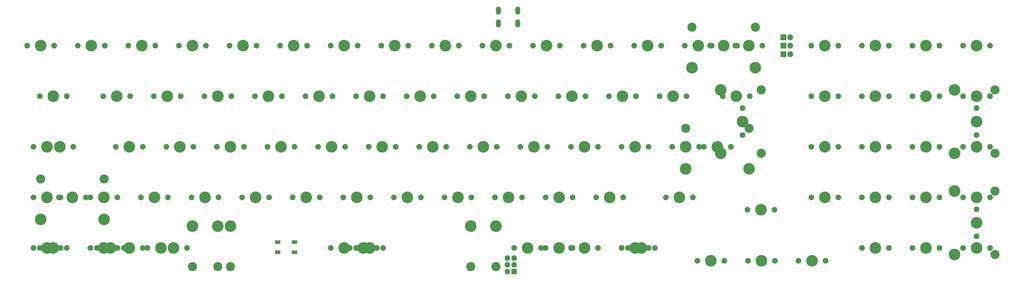
<source format=gbr>
G04 #@! TF.GenerationSoftware,KiCad,Pcbnew,(5.0.0)*
G04 #@! TF.CreationDate,2018-12-15T19:12:10+01:00*
G04 #@! TF.ProjectId,cypher,6379706865722E6B696361645F706362,rev?*
G04 #@! TF.SameCoordinates,Original*
G04 #@! TF.FileFunction,Soldermask,Top*
G04 #@! TF.FilePolarity,Negative*
%FSLAX46Y46*%
G04 Gerber Fmt 4.6, Leading zero omitted, Abs format (unit mm)*
G04 Created by KiCad (PCBNEW (5.0.0)) date 12/15/18 19:12:10*
%MOMM*%
%LPD*%
G01*
G04 APERTURE LIST*
%ADD10C,2.100000*%
%ADD11R,2.100000X2.100000*%
%ADD12C,2.150000*%
%ADD13C,4.387800*%
%ADD14C,3.448000*%
%ADD15C,2.200000*%
%ADD16R,2.200000X2.200000*%
%ADD17O,1.900000X3.000000*%
%ADD18R,2.100000X1.400000*%
G04 APERTURE END LIST*
D10*
G04 #@! TO.C,J2*
X212930000Y-186760000D03*
X215470000Y-186760000D03*
X212930000Y-189300000D03*
X215470000Y-189300000D03*
X212930000Y-191840000D03*
D11*
X215470000Y-191840000D03*
G04 #@! TD*
D12*
G04 #@! TO.C,MX65*
X268497000Y-183000000D03*
X258337000Y-183000000D03*
D13*
X263417000Y-183000000D03*
G04 #@! TD*
G04 #@! TO.C,MX98*
X381375000Y-123432000D03*
X381375000Y-147308000D03*
D14*
X396615000Y-123432000D03*
X396615000Y-147308000D03*
D12*
X389630000Y-130290000D03*
X389630000Y-140450000D03*
D13*
X389630000Y-135370000D03*
G04 #@! TD*
G04 #@! TO.C,MX100*
X389630000Y-173470000D03*
D12*
X389630000Y-178550000D03*
X389630000Y-168390000D03*
D14*
X396615000Y-185408000D03*
X396615000Y-161532000D03*
D13*
X381375000Y-185408000D03*
X381375000Y-161532000D03*
G04 #@! TD*
D15*
G04 #@! TO.C,D1*
X319440000Y-103600000D03*
D16*
X316900000Y-103600000D03*
G04 #@! TD*
D15*
G04 #@! TO.C,D2*
X319440000Y-106800000D03*
D16*
X316900000Y-106800000D03*
G04 #@! TD*
G04 #@! TO.C,D3*
X316900000Y-110000000D03*
D15*
X319440000Y-110000000D03*
G04 #@! TD*
D12*
G04 #@! TO.C,MX5*
X47042500Y-125850000D03*
X36882500Y-125850000D03*
D13*
X41962500Y-125850000D03*
G04 #@! TD*
G04 #@! TO.C,MX72*
X293266500Y-123437000D03*
X293266500Y-147313000D03*
D14*
X308506500Y-123437000D03*
X308506500Y-147313000D03*
D12*
X301521500Y-140455000D03*
X301521500Y-130295000D03*
D13*
X301521500Y-135375000D03*
G04 #@! TD*
G04 #@! TO.C,MX34*
X208642400Y-174745000D03*
X108642600Y-174745000D03*
D14*
X208642400Y-189985000D03*
X108642600Y-189985000D03*
D12*
X163722500Y-183000000D03*
X153562500Y-183000000D03*
D13*
X158642500Y-183000000D03*
G04 #@! TD*
D12*
G04 #@! TO.C,MX2*
X47041500Y-183000000D03*
X36881500Y-183000000D03*
D13*
X41961500Y-183000000D03*
G04 #@! TD*
D12*
G04 #@! TO.C,MX25*
X92285000Y-183000000D03*
X82125000Y-183000000D03*
D13*
X87205000Y-183000000D03*
G04 #@! TD*
D12*
G04 #@! TO.C,MX9*
X68472000Y-183000000D03*
X58312000Y-183000000D03*
D13*
X63392000Y-183000000D03*
G04 #@! TD*
D12*
G04 #@! TO.C,MX6*
X49422500Y-144900000D03*
X39262500Y-144900000D03*
D13*
X44342500Y-144900000D03*
G04 #@! TD*
D17*
G04 #@! TO.C,J1*
X209530000Y-98375000D03*
X216830000Y-98375000D03*
X209530000Y-93575000D03*
X216830000Y-93575000D03*
G04 #@! TD*
D13*
G04 #@! TO.C,MX1*
X49105000Y-163950000D03*
D12*
X44025000Y-163950000D03*
X54185000Y-163950000D03*
D14*
X37167000Y-156965000D03*
X61043000Y-156965000D03*
D13*
X37167000Y-172205000D03*
X61043000Y-172205000D03*
G04 #@! TD*
G04 #@! TO.C,MX3*
X39580000Y-144900000D03*
D12*
X34500000Y-144900000D03*
X44660000Y-144900000D03*
G04 #@! TD*
D13*
G04 #@! TO.C,MX4*
X37200000Y-106800000D03*
D12*
X32120000Y-106800000D03*
X42280000Y-106800000D03*
G04 #@! TD*
G04 #@! TO.C,MX7*
X44660000Y-163950000D03*
X34500000Y-163950000D03*
D13*
X39580000Y-163950000D03*
G04 #@! TD*
D12*
G04 #@! TO.C,MX8*
X44660000Y-183000000D03*
X34500000Y-183000000D03*
D13*
X39580000Y-183000000D03*
G04 #@! TD*
D12*
G04 #@! TO.C,MX10*
X61330000Y-106800000D03*
X51170000Y-106800000D03*
D13*
X56250000Y-106800000D03*
G04 #@! TD*
G04 #@! TO.C,MX11*
X65772500Y-125850000D03*
D12*
X60692500Y-125850000D03*
X70852500Y-125850000D03*
G04 #@! TD*
G04 #@! TO.C,MX12*
X75615000Y-144900000D03*
X65455000Y-144900000D03*
D13*
X70535000Y-144900000D03*
G04 #@! TD*
G04 #@! TO.C,MX13*
X61010000Y-163950000D03*
D12*
X55930000Y-163950000D03*
X66090000Y-163950000D03*
G04 #@! TD*
G04 #@! TO.C,MX14*
X66091200Y-183000000D03*
X55931200Y-183000000D03*
D13*
X61011200Y-183000000D03*
G04 #@! TD*
G04 #@! TO.C,MX15*
X70536500Y-183000000D03*
D12*
X65456500Y-183000000D03*
X75616500Y-183000000D03*
G04 #@! TD*
D13*
G04 #@! TO.C,MX16*
X75300000Y-106800000D03*
D12*
X70220000Y-106800000D03*
X80380000Y-106800000D03*
G04 #@! TD*
G04 #@! TO.C,MX17*
X89902500Y-125850000D03*
X79742500Y-125850000D03*
D13*
X84822500Y-125850000D03*
G04 #@! TD*
G04 #@! TO.C,MX18*
X89585000Y-144900000D03*
D12*
X84505000Y-144900000D03*
X94665000Y-144900000D03*
G04 #@! TD*
G04 #@! TO.C,MX19*
X85140500Y-163950000D03*
X74980500Y-163950000D03*
D13*
X80060500Y-163950000D03*
G04 #@! TD*
G04 #@! TO.C,MX20*
X82442500Y-183000000D03*
D12*
X77362500Y-183000000D03*
X87522500Y-183000000D03*
G04 #@! TD*
G04 #@! TO.C,MX21*
X99430000Y-106800000D03*
X89270000Y-106800000D03*
D13*
X94350000Y-106800000D03*
G04 #@! TD*
G04 #@! TO.C,MX22*
X103872500Y-125850000D03*
D12*
X98792500Y-125850000D03*
X108952500Y-125850000D03*
G04 #@! TD*
G04 #@! TO.C,MX23*
X113715000Y-144900000D03*
X103555000Y-144900000D03*
D13*
X108635000Y-144900000D03*
G04 #@! TD*
G04 #@! TO.C,MX24*
X99110000Y-163950000D03*
D12*
X94030000Y-163950000D03*
X104190000Y-163950000D03*
G04 #@! TD*
D13*
G04 #@! TO.C,MX26*
X113400000Y-106800000D03*
D12*
X108320000Y-106800000D03*
X118480000Y-106800000D03*
G04 #@! TD*
D13*
G04 #@! TO.C,MX27*
X122922500Y-125850000D03*
D12*
X117842500Y-125850000D03*
X128002500Y-125850000D03*
G04 #@! TD*
D13*
G04 #@! TO.C,MX28*
X127685000Y-144900000D03*
D12*
X122605000Y-144900000D03*
X132765000Y-144900000D03*
G04 #@! TD*
G04 #@! TO.C,MX29*
X123240000Y-163950000D03*
X113080000Y-163950000D03*
D13*
X118160000Y-163950000D03*
G04 #@! TD*
D12*
G04 #@! TO.C,MX30*
X137530000Y-106800000D03*
X127370000Y-106800000D03*
D13*
X132450000Y-106800000D03*
G04 #@! TD*
G04 #@! TO.C,MX31*
X141972500Y-125850000D03*
D12*
X136892500Y-125850000D03*
X147052500Y-125850000D03*
G04 #@! TD*
G04 #@! TO.C,MX32*
X151820000Y-144900000D03*
X141660000Y-144900000D03*
D13*
X146740000Y-144900000D03*
G04 #@! TD*
G04 #@! TO.C,MX33*
X137210000Y-163950000D03*
D12*
X132130000Y-163950000D03*
X142290000Y-163950000D03*
G04 #@! TD*
D13*
G04 #@! TO.C,MX35*
X151499000Y-183000000D03*
D12*
X146419000Y-183000000D03*
X156579000Y-183000000D03*
D14*
X94349000Y-189985000D03*
X208649000Y-189985000D03*
D13*
X94349000Y-174745000D03*
X208649000Y-174745000D03*
G04 #@! TD*
G04 #@! TO.C,MX36*
X151500000Y-106800000D03*
D12*
X146420000Y-106800000D03*
X156580000Y-106800000D03*
G04 #@! TD*
G04 #@! TO.C,MX37*
X166102500Y-125850000D03*
X155942500Y-125850000D03*
D13*
X161022500Y-125850000D03*
G04 #@! TD*
G04 #@! TO.C,MX38*
X165790000Y-144900000D03*
D12*
X160710000Y-144900000D03*
X170870000Y-144900000D03*
G04 #@! TD*
G04 #@! TO.C,MX39*
X161340000Y-163950000D03*
X151180000Y-163950000D03*
D13*
X156260000Y-163950000D03*
G04 #@! TD*
G04 #@! TO.C,MX40*
X161024000Y-183000000D03*
D12*
X155944000Y-183000000D03*
X166104000Y-183000000D03*
D14*
X103874000Y-189985000D03*
X199124000Y-189985000D03*
D13*
X103874000Y-174745000D03*
X199124000Y-174745000D03*
G04 #@! TD*
D12*
G04 #@! TO.C,MX41*
X175630000Y-106800000D03*
X165470000Y-106800000D03*
D13*
X170550000Y-106800000D03*
G04 #@! TD*
G04 #@! TO.C,MX42*
X180072500Y-125850000D03*
D12*
X174992500Y-125850000D03*
X185152500Y-125850000D03*
G04 #@! TD*
G04 #@! TO.C,MX43*
X189920000Y-144900000D03*
X179760000Y-144900000D03*
D13*
X184840000Y-144900000D03*
G04 #@! TD*
G04 #@! TO.C,MX44*
X175310000Y-163950000D03*
D12*
X170230000Y-163950000D03*
X180390000Y-163950000D03*
G04 #@! TD*
D13*
G04 #@! TO.C,MX45*
X189600000Y-106800000D03*
D12*
X184520000Y-106800000D03*
X194680000Y-106800000D03*
G04 #@! TD*
G04 #@! TO.C,MX46*
X204202500Y-125850000D03*
X194042500Y-125850000D03*
D13*
X199122500Y-125850000D03*
G04 #@! TD*
G04 #@! TO.C,MX47*
X203890000Y-144900000D03*
D12*
X198810000Y-144900000D03*
X208970000Y-144900000D03*
G04 #@! TD*
G04 #@! TO.C,MX48*
X199440000Y-163950000D03*
X189280000Y-163950000D03*
D13*
X194360000Y-163950000D03*
G04 #@! TD*
D12*
G04 #@! TO.C,MX49*
X213730000Y-106800000D03*
X203570000Y-106800000D03*
D13*
X208650000Y-106800000D03*
G04 #@! TD*
G04 #@! TO.C,MX50*
X218172500Y-125850000D03*
D12*
X213092500Y-125850000D03*
X223252500Y-125850000D03*
G04 #@! TD*
G04 #@! TO.C,MX51*
X228020000Y-144900000D03*
X217860000Y-144900000D03*
D13*
X222940000Y-144900000D03*
G04 #@! TD*
G04 #@! TO.C,MX52*
X213410000Y-163950000D03*
D12*
X208330000Y-163950000D03*
X218490000Y-163950000D03*
G04 #@! TD*
D13*
G04 #@! TO.C,MX53*
X220555000Y-183000000D03*
D12*
X215475000Y-183000000D03*
X225635000Y-183000000D03*
G04 #@! TD*
G04 #@! TO.C,MX54*
X237541500Y-183000000D03*
X227381500Y-183000000D03*
D13*
X232461500Y-183000000D03*
G04 #@! TD*
G04 #@! TO.C,MX55*
X227700000Y-106800000D03*
D12*
X222620000Y-106800000D03*
X232780000Y-106800000D03*
G04 #@! TD*
D13*
G04 #@! TO.C,MX56*
X237222500Y-125850000D03*
D12*
X232142500Y-125850000D03*
X242302500Y-125850000D03*
G04 #@! TD*
D13*
G04 #@! TO.C,MX57*
X241990000Y-144900000D03*
D12*
X236910000Y-144900000D03*
X247070000Y-144900000D03*
G04 #@! TD*
D13*
G04 #@! TO.C,MX58*
X232460000Y-163950000D03*
D12*
X227380000Y-163950000D03*
X237540000Y-163950000D03*
G04 #@! TD*
D13*
G04 #@! TO.C,MX59*
X241986000Y-183000000D03*
D12*
X236906000Y-183000000D03*
X247066000Y-183000000D03*
G04 #@! TD*
G04 #@! TO.C,MX60*
X266116500Y-183000000D03*
X255956500Y-183000000D03*
D13*
X261036500Y-183000000D03*
G04 #@! TD*
D12*
G04 #@! TO.C,MX61*
X251830000Y-106800000D03*
X241670000Y-106800000D03*
D13*
X246750000Y-106800000D03*
G04 #@! TD*
D12*
G04 #@! TO.C,MX62*
X261352500Y-125850000D03*
X251192500Y-125850000D03*
D13*
X256272500Y-125850000D03*
G04 #@! TD*
D12*
G04 #@! TO.C,MX63*
X266120000Y-144900000D03*
X255960000Y-144900000D03*
D13*
X261040000Y-144900000D03*
G04 #@! TD*
D12*
G04 #@! TO.C,MX64*
X256590000Y-163950000D03*
X246430000Y-163950000D03*
D13*
X251510000Y-163950000D03*
G04 #@! TD*
G04 #@! TO.C,MX66*
X265800000Y-106800000D03*
D12*
X260720000Y-106800000D03*
X270880000Y-106800000D03*
G04 #@! TD*
D13*
G04 #@! TO.C,MX67*
X275321500Y-125850000D03*
D12*
X270241500Y-125850000D03*
X280401500Y-125850000D03*
G04 #@! TD*
G04 #@! TO.C,MX68*
X285170000Y-144900000D03*
X275010000Y-144900000D03*
D13*
X280090000Y-144900000D03*
G04 #@! TD*
G04 #@! TO.C,MX69*
X277703500Y-163950000D03*
D12*
X272623500Y-163950000D03*
X282783500Y-163950000D03*
G04 #@! TD*
D13*
G04 #@! TO.C,MX70*
X289610000Y-187760000D03*
D12*
X284530000Y-187760000D03*
X294690000Y-187760000D03*
G04 #@! TD*
G04 #@! TO.C,MX71*
X289930000Y-106800000D03*
X279770000Y-106800000D03*
D13*
X284850000Y-106800000D03*
G04 #@! TD*
G04 #@! TO.C,MX73*
X306312500Y-115055000D03*
X282436500Y-115055000D03*
D14*
X306312500Y-99815000D03*
X282436500Y-99815000D03*
D12*
X299454500Y-106800000D03*
X289294500Y-106800000D03*
D13*
X294374500Y-106800000D03*
G04 #@! TD*
G04 #@! TO.C,MX74*
X299134000Y-125850000D03*
D12*
X294054000Y-125850000D03*
X304214000Y-125850000D03*
G04 #@! TD*
D13*
G04 #@! TO.C,MX75*
X303934000Y-153155000D03*
X280058000Y-153155000D03*
D14*
X303934000Y-137915000D03*
X280058000Y-137915000D03*
D12*
X297076000Y-144900000D03*
X286916000Y-144900000D03*
D13*
X291996000Y-144900000D03*
G04 #@! TD*
G04 #@! TO.C,MX76*
X308500000Y-168600000D03*
D12*
X303420000Y-168600000D03*
X313580000Y-168600000D03*
G04 #@! TD*
G04 #@! TO.C,MX77*
X313740000Y-187760000D03*
X303580000Y-187760000D03*
D13*
X308660000Y-187760000D03*
G04 #@! TD*
G04 #@! TO.C,MX78*
X303900000Y-106800000D03*
D12*
X298820000Y-106800000D03*
X308980000Y-106800000D03*
G04 #@! TD*
G04 #@! TO.C,MX79*
X337560000Y-106800000D03*
X327400000Y-106800000D03*
D13*
X332480000Y-106800000D03*
G04 #@! TD*
D12*
G04 #@! TO.C,MX80*
X337560000Y-125850000D03*
X327400000Y-125850000D03*
D13*
X332480000Y-125850000D03*
G04 #@! TD*
G04 #@! TO.C,MX81*
X332480000Y-144900000D03*
D12*
X327400000Y-144900000D03*
X337560000Y-144900000D03*
G04 #@! TD*
G04 #@! TO.C,MX82*
X337560000Y-163950000D03*
X327400000Y-163950000D03*
D13*
X332480000Y-163950000D03*
G04 #@! TD*
D12*
G04 #@! TO.C,MX83*
X332790000Y-187760000D03*
X322630000Y-187760000D03*
D13*
X327710000Y-187760000D03*
G04 #@! TD*
G04 #@! TO.C,MX84*
X351530000Y-106800000D03*
D12*
X346450000Y-106800000D03*
X356610000Y-106800000D03*
G04 #@! TD*
G04 #@! TO.C,MX85*
X356610000Y-125850000D03*
X346450000Y-125850000D03*
D13*
X351530000Y-125850000D03*
G04 #@! TD*
D12*
G04 #@! TO.C,MX86*
X356610000Y-144900000D03*
X346450000Y-144900000D03*
D13*
X351530000Y-144900000D03*
G04 #@! TD*
G04 #@! TO.C,MX87*
X351530000Y-163950000D03*
D12*
X346450000Y-163950000D03*
X356610000Y-163950000D03*
G04 #@! TD*
D13*
G04 #@! TO.C,MX88*
X351530000Y-183000000D03*
D12*
X346450000Y-183000000D03*
X356610000Y-183000000D03*
G04 #@! TD*
D13*
G04 #@! TO.C,MX89*
X370580000Y-106800000D03*
D12*
X365500000Y-106800000D03*
X375660000Y-106800000D03*
G04 #@! TD*
G04 #@! TO.C,MX90*
X375660000Y-125850000D03*
X365500000Y-125850000D03*
D13*
X370580000Y-125850000D03*
G04 #@! TD*
D12*
G04 #@! TO.C,MX91*
X375660000Y-144900000D03*
X365500000Y-144900000D03*
D13*
X370580000Y-144900000D03*
G04 #@! TD*
D12*
G04 #@! TO.C,MX92*
X375660000Y-163950000D03*
X365500000Y-163950000D03*
D13*
X370580000Y-163950000D03*
G04 #@! TD*
D12*
G04 #@! TO.C,MX93*
X375660000Y-183000000D03*
X365500000Y-183000000D03*
D13*
X370580000Y-183000000D03*
G04 #@! TD*
D12*
G04 #@! TO.C,MX94*
X394710000Y-125847000D03*
X384550000Y-125847000D03*
D13*
X389630000Y-125847000D03*
G04 #@! TD*
G04 #@! TO.C,MX95*
X389630000Y-163950000D03*
D12*
X384550000Y-163950000D03*
X394710000Y-163950000D03*
G04 #@! TD*
D13*
G04 #@! TO.C,MX96*
X389630000Y-183000000D03*
D12*
X384550000Y-183000000D03*
X394710000Y-183000000D03*
G04 #@! TD*
G04 #@! TO.C,MX97*
X394710000Y-106800000D03*
X384550000Y-106800000D03*
D13*
X389630000Y-106800000D03*
G04 #@! TD*
G04 #@! TO.C,MX99*
X389630000Y-144900000D03*
D12*
X384550000Y-144900000D03*
X394710000Y-144900000D03*
G04 #@! TD*
D18*
G04 #@! TO.C,SW1*
X126450000Y-180800000D03*
X132750000Y-180800000D03*
X126450000Y-184600000D03*
X132750000Y-184600000D03*
G04 #@! TD*
M02*

</source>
